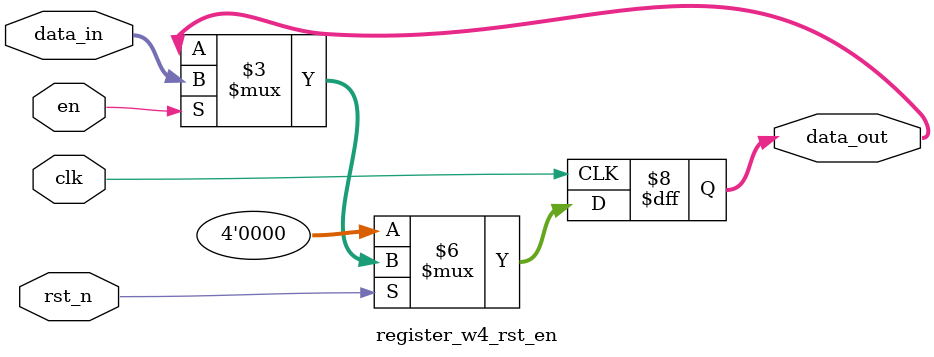
<source format=v>
module register_w4_rst_en(
    input wire clk,
    input wire rst_n,
    input wire en,
    input wire [3:0] data_in,
    output reg [3:0] data_out
);

    always @(posedge clk) begin
        if (!rst_n) begin
            data_out <= 4'd0;
        end else begin
            if (en) begin
                data_out <= data_in;
            end
        end
    end

endmodule
</source>
